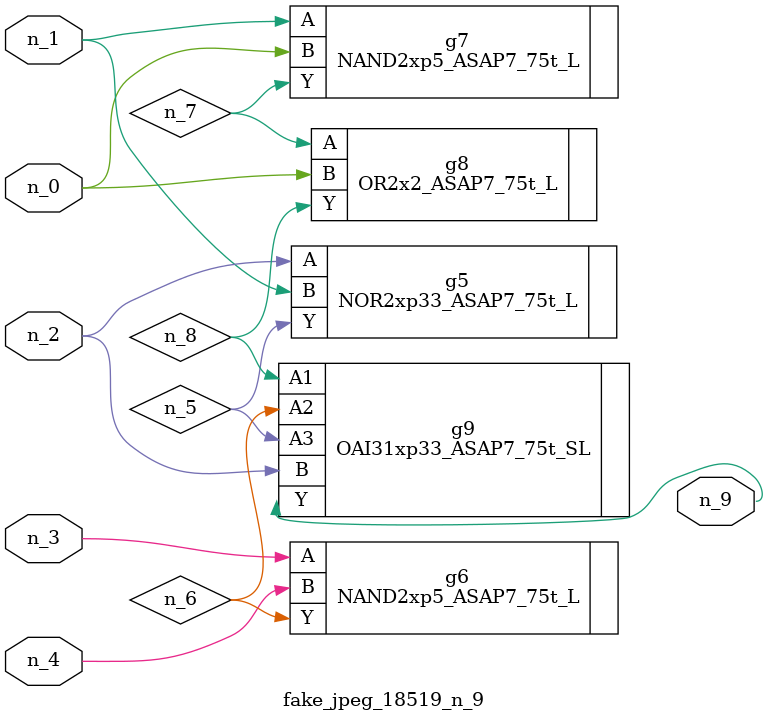
<source format=v>
module fake_jpeg_18519_n_9 (n_3, n_2, n_1, n_0, n_4, n_9);

input n_3;
input n_2;
input n_1;
input n_0;
input n_4;

output n_9;

wire n_8;
wire n_6;
wire n_5;
wire n_7;

NOR2xp33_ASAP7_75t_L g5 ( 
.A(n_2),
.B(n_1),
.Y(n_5)
);

NAND2xp5_ASAP7_75t_L g6 ( 
.A(n_3),
.B(n_4),
.Y(n_6)
);

NAND2xp5_ASAP7_75t_L g7 ( 
.A(n_1),
.B(n_0),
.Y(n_7)
);

OR2x2_ASAP7_75t_L g8 ( 
.A(n_7),
.B(n_0),
.Y(n_8)
);

OAI31xp33_ASAP7_75t_SL g9 ( 
.A1(n_8),
.A2(n_6),
.A3(n_5),
.B(n_2),
.Y(n_9)
);


endmodule
</source>
